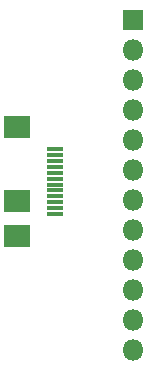
<source format=gbr>
%TF.GenerationSoftware,KiCad,Pcbnew,5.1.6-c6e7f7d~86~ubuntu18.04.1*%
%TF.CreationDate,2020-05-28T22:35:11-04:00*%
%TF.ProjectId,2020 05 FPC Breakout,32303230-2030-4352-9046-504320427265,rev?*%
%TF.SameCoordinates,Original*%
%TF.FileFunction,Soldermask,Top*%
%TF.FilePolarity,Negative*%
%FSLAX46Y46*%
G04 Gerber Fmt 4.6, Leading zero omitted, Abs format (unit mm)*
G04 Created by KiCad (PCBNEW 5.1.6-c6e7f7d~86~ubuntu18.04.1) date 2020-05-28 22:35:11*
%MOMM*%
%LPD*%
G01*
G04 APERTURE LIST*
%ADD10O,1.800000X1.800000*%
%ADD11R,1.800000X1.800000*%
%ADD12R,2.300000X1.900000*%
%ADD13R,1.400000X0.400000*%
G04 APERTURE END LIST*
D10*
%TO.C,J2*%
X142944000Y-103906500D03*
X142944000Y-101366500D03*
X142944000Y-98826500D03*
X142944000Y-96286500D03*
X142944000Y-93746500D03*
X142944000Y-91206500D03*
X142944000Y-88666500D03*
X142944000Y-86126500D03*
X142944000Y-83586500D03*
X142944000Y-81046500D03*
X142944000Y-78506500D03*
D11*
X142944000Y-75966500D03*
%TD*%
D12*
%TO.C,J1*%
X133148000Y-91331500D03*
D13*
X136398000Y-92431500D03*
X136398000Y-91931500D03*
X136398000Y-91431500D03*
X136398000Y-90931500D03*
X136398000Y-90431500D03*
X136398000Y-89931500D03*
X136398000Y-88931500D03*
X136398000Y-88431500D03*
X136398000Y-87931500D03*
X136398000Y-87431500D03*
X136398000Y-86931500D03*
D12*
X133148000Y-85031500D03*
D13*
X136398000Y-89431500D03*
D12*
X133148000Y-94331500D03*
%TD*%
M02*

</source>
